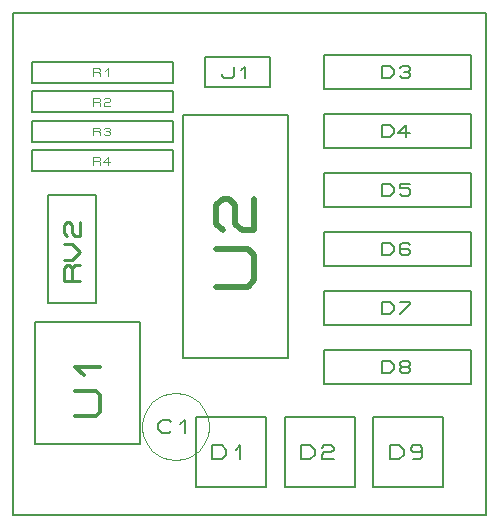
<source format=gbr>
G04 PROTEUS GERBER X2 FILE*
%TF.GenerationSoftware,Labcenter,Proteus,8.6-SP2-Build23525*%
%TF.CreationDate,2021-09-04T14:22:35+00:00*%
%TF.FileFunction,AssemblyDrawing,Top*%
%TF.FilePolarity,Positive*%
%TF.Part,Single*%
%FSLAX45Y45*%
%MOMM*%
G01*
%TA.AperFunction,Material*%
%ADD71C,0.152400*%
%ADD29C,0.160020*%
%ADD20C,0.203200*%
%ADD72C,0.106680*%
%ADD73C,0.227330*%
%ADD30C,0.533400*%
%ADD31C,0.345440*%
%ADD32C,0.172210*%
%ADD33C,0.050800*%
%ADD34C,0.191010*%
%ADD35C,0.197270*%
%TA.AperFunction,Profile*%
%ADD19C,0.203200*%
%TD.AperFunction*%
D71*
X-2374320Y+2625400D02*
X-2374320Y+2373940D01*
X-1825680Y+2373940D01*
X-1825680Y+2625400D01*
X-2374320Y+2625400D01*
X-2374320Y+2373940D01*
X-1825680Y+2373940D01*
X-1825680Y+2625400D01*
X-2374320Y+2625400D01*
D29*
X-2228016Y+2483668D02*
X-2228016Y+2467666D01*
X-2212014Y+2451664D01*
X-2148006Y+2451664D01*
X-2132004Y+2467666D01*
X-2132004Y+2547676D01*
X-2067996Y+2515672D02*
X-2035992Y+2547676D01*
X-2035992Y+2451664D01*
D20*
X-3838900Y+2411100D02*
X-2645100Y+2411100D01*
X-2645100Y+2588900D01*
X-3838900Y+2588900D01*
X-3838900Y+2411100D01*
D72*
X-3327344Y+2467996D02*
X-3327344Y+2532004D01*
X-3274004Y+2532004D01*
X-3263336Y+2521336D01*
X-3263336Y+2510668D01*
X-3274004Y+2500000D01*
X-3327344Y+2500000D01*
X-3274004Y+2500000D02*
X-3263336Y+2489332D01*
X-3263336Y+2467996D01*
X-3220664Y+2510668D02*
X-3199328Y+2532004D01*
X-3199328Y+2467996D01*
D20*
X-3838900Y+2161100D02*
X-2645100Y+2161100D01*
X-2645100Y+2338900D01*
X-3838900Y+2338900D01*
X-3838900Y+2161100D01*
D72*
X-3327344Y+2217996D02*
X-3327344Y+2282004D01*
X-3274004Y+2282004D01*
X-3263336Y+2271336D01*
X-3263336Y+2260668D01*
X-3274004Y+2250000D01*
X-3327344Y+2250000D01*
X-3274004Y+2250000D02*
X-3263336Y+2239332D01*
X-3263336Y+2217996D01*
X-3231332Y+2271336D02*
X-3220664Y+2282004D01*
X-3188660Y+2282004D01*
X-3177992Y+2271336D01*
X-3177992Y+2260668D01*
X-3188660Y+2250000D01*
X-3220664Y+2250000D01*
X-3231332Y+2239332D01*
X-3231332Y+2217996D01*
X-3177992Y+2217996D01*
D20*
X-3838900Y+1911100D02*
X-2645100Y+1911100D01*
X-2645100Y+2088900D01*
X-3838900Y+2088900D01*
X-3838900Y+1911100D01*
D72*
X-3327344Y+1967996D02*
X-3327344Y+2032004D01*
X-3274004Y+2032004D01*
X-3263336Y+2021336D01*
X-3263336Y+2010668D01*
X-3274004Y+2000000D01*
X-3327344Y+2000000D01*
X-3274004Y+2000000D02*
X-3263336Y+1989332D01*
X-3263336Y+1967996D01*
X-3231332Y+2021336D02*
X-3220664Y+2032004D01*
X-3188660Y+2032004D01*
X-3177992Y+2021336D01*
X-3177992Y+2010668D01*
X-3188660Y+2000000D01*
X-3177992Y+1989332D01*
X-3177992Y+1978664D01*
X-3188660Y+1967996D01*
X-3220664Y+1967996D01*
X-3231332Y+1978664D01*
X-3209996Y+2000000D02*
X-3188660Y+2000000D01*
D20*
X-3838900Y+1661100D02*
X-2645100Y+1661100D01*
X-2645100Y+1838900D01*
X-3838900Y+1838900D01*
X-3838900Y+1661100D01*
D72*
X-3327344Y+1717996D02*
X-3327344Y+1782004D01*
X-3274004Y+1782004D01*
X-3263336Y+1771336D01*
X-3263336Y+1760668D01*
X-3274004Y+1750000D01*
X-3327344Y+1750000D01*
X-3274004Y+1750000D02*
X-3263336Y+1739332D01*
X-3263336Y+1717996D01*
X-3177992Y+1739332D02*
X-3242000Y+1739332D01*
X-3199328Y+1782004D01*
X-3199328Y+1717996D01*
D20*
X-3700660Y+549340D02*
X-3299340Y+549340D01*
X-3299340Y+1458660D01*
X-3700660Y+1458660D01*
X-3700660Y+549340D01*
D73*
X-3431801Y+731204D02*
X-3568199Y+731204D01*
X-3568199Y+844869D01*
X-3545466Y+867602D01*
X-3522733Y+867602D01*
X-3500000Y+844869D01*
X-3500000Y+731204D01*
X-3500000Y+844869D02*
X-3477267Y+867602D01*
X-3431801Y+867602D01*
X-3568199Y+913068D02*
X-3500000Y+913068D01*
X-3431801Y+981267D01*
X-3500000Y+1049466D01*
X-3568199Y+1049466D01*
X-3545466Y+1117665D02*
X-3568199Y+1140398D01*
X-3568199Y+1208597D01*
X-3545466Y+1231330D01*
X-3522733Y+1231330D01*
X-3500000Y+1208597D01*
X-3500000Y+1140398D01*
X-3477267Y+1117665D01*
X-3431801Y+1117665D01*
X-3431801Y+1231330D01*
D20*
X-2563500Y+84840D02*
X-1674500Y+84840D01*
X-1674500Y+2137160D01*
X-2563500Y+2137160D01*
X-2563500Y+84840D01*
D30*
X-2279020Y+684280D02*
X-2012320Y+684280D01*
X-1958980Y+737620D01*
X-1958980Y+950980D01*
X-2012320Y+1004320D01*
X-2279020Y+1004320D01*
X-2225680Y+1164340D02*
X-2279020Y+1217680D01*
X-2279020Y+1377700D01*
X-2225680Y+1431040D01*
X-2172340Y+1431040D01*
X-2119000Y+1377700D01*
X-2119000Y+1217680D01*
X-2065660Y+1164340D01*
X-1958980Y+1164340D01*
X-1958980Y+1431040D01*
D20*
X-3813500Y-649160D02*
X-2924500Y-649160D01*
X-2924500Y+387160D01*
X-3813500Y+387160D01*
X-3813500Y-649160D01*
D31*
X-3472632Y-407352D02*
X-3299912Y-407352D01*
X-3265368Y-372808D01*
X-3265368Y-234632D01*
X-3299912Y-200088D01*
X-3472632Y-200088D01*
X-3403544Y-61912D02*
X-3472632Y+7176D01*
X-3265368Y+7176D01*
D20*
X-1364300Y+2357760D02*
X-119700Y+2357760D01*
X-119700Y+2644780D01*
X-1364300Y+2644780D01*
X-1364300Y+2357760D01*
D32*
X-879769Y+2449606D02*
X-879769Y+2552933D01*
X-810885Y+2552933D01*
X-776443Y+2518491D01*
X-776443Y+2484048D01*
X-810885Y+2449606D01*
X-879769Y+2449606D01*
X-724779Y+2535712D02*
X-707558Y+2552933D01*
X-655895Y+2552933D01*
X-638674Y+2535712D01*
X-638674Y+2518491D01*
X-655895Y+2501270D01*
X-638674Y+2484048D01*
X-638674Y+2466827D01*
X-655895Y+2449606D01*
X-707558Y+2449606D01*
X-724779Y+2466827D01*
X-690337Y+2501270D02*
X-655895Y+2501270D01*
D20*
X-1364300Y+1857760D02*
X-119700Y+1857760D01*
X-119700Y+2144780D01*
X-1364300Y+2144780D01*
X-1364300Y+1857760D01*
D32*
X-879769Y+1949606D02*
X-879769Y+2052933D01*
X-810885Y+2052933D01*
X-776443Y+2018491D01*
X-776443Y+1984048D01*
X-810885Y+1949606D01*
X-879769Y+1949606D01*
X-638674Y+1984048D02*
X-742000Y+1984048D01*
X-673116Y+2052933D01*
X-673116Y+1949606D01*
D20*
X-1364300Y+1357760D02*
X-119700Y+1357760D01*
X-119700Y+1644780D01*
X-1364300Y+1644780D01*
X-1364300Y+1357760D01*
D32*
X-879769Y+1449606D02*
X-879769Y+1552933D01*
X-810885Y+1552933D01*
X-776443Y+1518491D01*
X-776443Y+1484048D01*
X-810885Y+1449606D01*
X-879769Y+1449606D01*
X-638674Y+1552933D02*
X-724779Y+1552933D01*
X-724779Y+1518491D01*
X-655895Y+1518491D01*
X-638674Y+1501270D01*
X-638674Y+1466827D01*
X-655895Y+1449606D01*
X-707558Y+1449606D01*
X-724779Y+1466827D01*
D20*
X-1364300Y+857760D02*
X-119700Y+857760D01*
X-119700Y+1144780D01*
X-1364300Y+1144780D01*
X-1364300Y+857760D01*
D32*
X-879769Y+949606D02*
X-879769Y+1052933D01*
X-810885Y+1052933D01*
X-776443Y+1018491D01*
X-776443Y+984048D01*
X-810885Y+949606D01*
X-879769Y+949606D01*
X-638674Y+1035712D02*
X-655895Y+1052933D01*
X-707558Y+1052933D01*
X-724779Y+1035712D01*
X-724779Y+966827D01*
X-707558Y+949606D01*
X-655895Y+949606D01*
X-638674Y+966827D01*
X-638674Y+984048D01*
X-655895Y+1001270D01*
X-724779Y+1001270D01*
D20*
X-1364300Y+357760D02*
X-119700Y+357760D01*
X-119700Y+644780D01*
X-1364300Y+644780D01*
X-1364300Y+357760D01*
D32*
X-879769Y+449606D02*
X-879769Y+552933D01*
X-810885Y+552933D01*
X-776443Y+518491D01*
X-776443Y+484048D01*
X-810885Y+449606D01*
X-879769Y+449606D01*
X-724779Y+552933D02*
X-638674Y+552933D01*
X-638674Y+535712D01*
X-724779Y+449606D01*
D20*
X-1364300Y-142240D02*
X-119700Y-142240D01*
X-119700Y+144780D01*
X-1364300Y+144780D01*
X-1364300Y-142240D01*
D32*
X-879769Y-50394D02*
X-879769Y+52933D01*
X-810885Y+52933D01*
X-776443Y+18491D01*
X-776443Y-15952D01*
X-810885Y-50394D01*
X-879769Y-50394D01*
X-707558Y+1270D02*
X-724779Y+18491D01*
X-724779Y+35712D01*
X-707558Y+52933D01*
X-655895Y+52933D01*
X-638674Y+35712D01*
X-638674Y+18491D01*
X-655895Y+1270D01*
X-707558Y+1270D01*
X-724779Y-15952D01*
X-724779Y-33173D01*
X-707558Y-50394D01*
X-655895Y-50394D01*
X-638674Y-33173D01*
X-638674Y-15952D01*
X-655895Y+1270D01*
D33*
X-2339940Y-500000D02*
X-2340858Y-477186D01*
X-2348311Y-431557D01*
X-2363858Y-385928D01*
X-2389100Y-340299D01*
X-2427642Y-294769D01*
X-2473271Y-259273D01*
X-2518900Y-236153D01*
X-2564529Y-222300D01*
X-2610158Y-216354D01*
X-2623920Y-216020D01*
X-2907900Y-500000D02*
X-2906982Y-477186D01*
X-2899529Y-431557D01*
X-2883982Y-385928D01*
X-2858740Y-340299D01*
X-2820198Y-294769D01*
X-2774569Y-259273D01*
X-2728940Y-236153D01*
X-2683311Y-222300D01*
X-2637682Y-216354D01*
X-2623920Y-216020D01*
X-2907900Y-500000D02*
X-2906982Y-522814D01*
X-2899529Y-568443D01*
X-2883982Y-614072D01*
X-2858740Y-659701D01*
X-2820198Y-705231D01*
X-2774569Y-740727D01*
X-2728940Y-763847D01*
X-2683311Y-777700D01*
X-2637682Y-783646D01*
X-2623920Y-783980D01*
X-2339940Y-500000D02*
X-2340858Y-522814D01*
X-2348311Y-568443D01*
X-2363858Y-614072D01*
X-2389100Y-659701D01*
X-2427642Y-705231D01*
X-2473271Y-740727D01*
X-2518900Y-763847D01*
X-2564529Y-777700D01*
X-2610158Y-783646D01*
X-2623920Y-783980D01*
D34*
X-2662123Y-538203D02*
X-2681224Y-557304D01*
X-2738528Y-557304D01*
X-2776730Y-519101D01*
X-2776730Y-480899D01*
X-2738528Y-442696D01*
X-2681224Y-442696D01*
X-2662123Y-461797D01*
X-2585718Y-480899D02*
X-2547515Y-442696D01*
X-2547515Y-557304D01*
D20*
X-2450660Y-1014160D02*
X-1858840Y-1014160D01*
X-1858840Y-422340D01*
X-2450660Y-422340D01*
X-2450660Y-1014160D01*
D35*
X-2312568Y-777432D02*
X-2312568Y-659068D01*
X-2233659Y-659068D01*
X-2194205Y-698523D01*
X-2194205Y-737977D01*
X-2233659Y-777432D01*
X-2312568Y-777432D01*
X-2115296Y-698523D02*
X-2075841Y-659068D01*
X-2075841Y-777432D01*
D20*
X-1700660Y-1014160D02*
X-1108840Y-1014160D01*
X-1108840Y-422340D01*
X-1700660Y-422340D01*
X-1700660Y-1014160D01*
D35*
X-1562568Y-777432D02*
X-1562568Y-659068D01*
X-1483659Y-659068D01*
X-1444205Y-698523D01*
X-1444205Y-737977D01*
X-1483659Y-777432D01*
X-1562568Y-777432D01*
X-1385023Y-678795D02*
X-1365296Y-659068D01*
X-1306114Y-659068D01*
X-1286387Y-678795D01*
X-1286387Y-698523D01*
X-1306114Y-718250D01*
X-1365296Y-718250D01*
X-1385023Y-737977D01*
X-1385023Y-777432D01*
X-1286387Y-777432D01*
D20*
X-950660Y-1014160D02*
X-358840Y-1014160D01*
X-358840Y-422340D01*
X-950660Y-422340D01*
X-950660Y-1014160D01*
D35*
X-812568Y-777432D02*
X-812568Y-659068D01*
X-733659Y-659068D01*
X-694205Y-698523D01*
X-694205Y-737977D01*
X-733659Y-777432D01*
X-812568Y-777432D01*
X-536387Y-698523D02*
X-556114Y-718250D01*
X-615296Y-718250D01*
X-635023Y-698523D01*
X-635023Y-678795D01*
X-615296Y-659068D01*
X-556114Y-659068D01*
X-536387Y-678795D01*
X-536387Y-757705D01*
X-556114Y-777432D01*
X-615296Y-777432D01*
D19*
X-4000000Y+3000000D02*
X-4000000Y-1250000D01*
X+0Y-1250000D01*
X+0Y+3000000D01*
X-4000000Y+3000000D02*
X+0Y+3000000D01*
M02*

</source>
